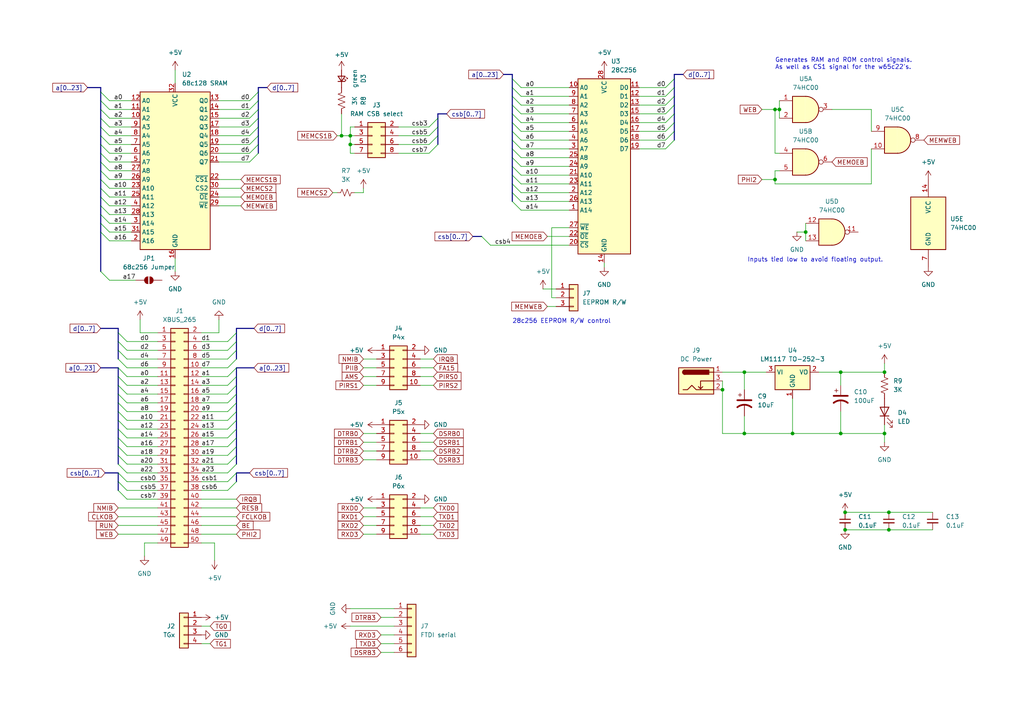
<source format=kicad_sch>
(kicad_sch (version 20250114) (generator "eeschema") (generator_version "9.0")
  (paper "A4")
  (text "28c256 EEPROM R/W control" (at 148.59 93.98 0) (effects (font (size 1.27 1.27)) (justify left bottom)))
  (text "Inputs tied low to avoid floating output." (at 236.474 75.438 0) (effects (font (size 1.27 1.27))))
  (text "Generates RAM and ROM control signals.\nAs well as CS1 signal for the w65c22's." (at 224.79 20.32 0) (effects (font (size 1.27 1.27)) (justify left bottom)))
  (junction (at 245.11 148.59))
  (junction (at 257.81 153.67))
  (junction (at 229.87 125.73))
  (junction (at 233.68 67.31))
  (junction (at 243.84 107.95))
  (junction (at 99.06 39.37))
  (junction (at 215.9 107.95))
  (junction (at 245.11 153.67))
  (junction (at 256.54 107.95))
  (junction (at 101.6 41.91))
  (junction (at 224.79 52.07))
  (junction (at 224.79 31.75))
  (junction (at 226.06 31.75))
  (junction (at 243.84 125.73))
  (junction (at 215.9 125.73))
  (junction (at 209.55 113.03))
  (junction (at 101.6 39.37))
  (junction (at 256.54 125.73))
  (junction (at 257.81 148.59))
  (bus_entry (at 68.58 127) (size -2.54 2.54))
  (bus_entry (at 74.93 26.67) (size -2.54 2.54))
  (bus_entry (at 29.21 54.61) (size 2.54 2.54))
  (bus_entry (at 74.93 39.37) (size -2.54 2.54))
  (bus_entry (at 34.29 139.7) (size 2.54 2.54))
  (bus_entry (at 68.58 134.62) (size -2.54 2.54))
  (bus_entry (at 34.29 142.24) (size 2.54 2.54))
  (bus_entry (at 195.58 40.64) (size -2.54 2.54))
  (bus_entry (at 148.59 35.56) (size 2.54 2.54))
  (bus_entry (at 68.58 116.84) (size -2.54 2.54))
  (bus_entry (at 34.29 132.08) (size 2.54 2.54))
  (bus_entry (at 29.21 34.29) (size 2.54 2.54))
  (bus_entry (at 68.58 96.52) (size -2.54 2.54))
  (bus_entry (at 148.59 25.4) (size 2.54 2.54))
  (bus_entry (at 34.29 101.6) (size 2.54 2.54))
  (bus_entry (at 139.7 68.58) (size 2.54 2.54))
  (bus_entry (at 29.21 36.83) (size 2.54 2.54))
  (bus_entry (at 29.21 49.53) (size 2.54 2.54))
  (bus_entry (at 29.21 62.23) (size 2.54 2.54))
  (bus_entry (at 195.58 22.86) (size -2.54 2.54))
  (bus_entry (at 29.21 52.07) (size 2.54 2.54))
  (bus_entry (at 148.59 22.86) (size 2.54 2.54))
  (bus_entry (at 74.93 44.45) (size -2.54 2.54))
  (bus_entry (at 195.58 27.94) (size -2.54 2.54))
  (bus_entry (at 68.58 124.46) (size -2.54 2.54))
  (bus_entry (at 195.58 25.4) (size -2.54 2.54))
  (bus_entry (at 74.93 31.75) (size -2.54 2.54))
  (bus_entry (at 195.58 35.56) (size -2.54 2.54))
  (bus_entry (at 148.59 43.18) (size 2.54 2.54))
  (bus_entry (at 34.29 134.62) (size 2.54 2.54))
  (bus_entry (at 29.21 64.77) (size 2.54 2.54))
  (bus_entry (at 68.58 129.54) (size -2.54 2.54))
  (bus_entry (at 29.21 39.37) (size 2.54 2.54))
  (bus_entry (at 148.59 48.26) (size 2.54 2.54))
  (bus_entry (at 29.21 78.74) (size 2.54 2.54))
  (bus_entry (at 195.58 33.02) (size -2.54 2.54))
  (bus_entry (at 34.29 129.54) (size 2.54 2.54))
  (bus_entry (at 68.58 106.68) (size -2.54 2.54))
  (bus_entry (at 68.58 101.6) (size -2.54 2.54))
  (bus_entry (at 68.58 121.92) (size -2.54 2.54))
  (bus_entry (at 29.21 67.31) (size 2.54 2.54))
  (bus_entry (at 29.21 46.99) (size 2.54 2.54))
  (bus_entry (at 127 41.91) (size -2.54 2.54))
  (bus_entry (at 34.29 99.06) (size 2.54 2.54))
  (bus_entry (at 34.29 109.22) (size 2.54 2.54))
  (bus_entry (at 68.58 114.3) (size -2.54 2.54))
  (bus_entry (at 34.29 124.46) (size 2.54 2.54))
  (bus_entry (at 34.29 111.76) (size 2.54 2.54))
  (bus_entry (at 148.59 58.42) (size 2.54 2.54))
  (bus_entry (at 68.58 99.06) (size -2.54 2.54))
  (bus_entry (at 34.29 116.84) (size 2.54 2.54))
  (bus_entry (at 148.59 40.64) (size 2.54 2.54))
  (bus_entry (at 127 36.83) (size -2.54 2.54))
  (bus_entry (at 34.29 127) (size 2.54 2.54))
  (bus_entry (at 148.59 33.02) (size 2.54 2.54))
  (bus_entry (at 74.93 41.91) (size -2.54 2.54))
  (bus_entry (at 29.21 57.15) (size 2.54 2.54))
  (bus_entry (at 148.59 30.48) (size 2.54 2.54))
  (bus_entry (at 127 39.37) (size -2.54 2.54))
  (bus_entry (at 34.29 121.92) (size 2.54 2.54))
  (bus_entry (at 68.58 119.38) (size -2.54 2.54))
  (bus_entry (at 29.21 44.45) (size 2.54 2.54))
  (bus_entry (at 34.29 104.14) (size 2.54 2.54))
  (bus_entry (at 68.58 111.76) (size -2.54 2.54))
  (bus_entry (at 68.58 139.7) (size -2.54 2.54))
  (bus_entry (at 34.29 119.38) (size 2.54 2.54))
  (bus_entry (at 29.21 31.75) (size 2.54 2.54))
  (bus_entry (at 148.59 45.72) (size 2.54 2.54))
  (bus_entry (at 29.21 59.69) (size 2.54 2.54))
  (bus_entry (at 74.93 29.21) (size -2.54 2.54))
  (bus_entry (at 68.58 109.22) (size -2.54 2.54))
  (bus_entry (at 74.93 34.29) (size -2.54 2.54))
  (bus_entry (at 68.58 104.14) (size -2.54 2.54))
  (bus_entry (at 68.58 132.08) (size -2.54 2.54))
  (bus_entry (at 195.58 38.1) (size -2.54 2.54))
  (bus_entry (at 29.21 26.67) (size 2.54 2.54))
  (bus_entry (at 34.29 114.3) (size 2.54 2.54))
  (bus_entry (at 148.59 38.1) (size 2.54 2.54))
  (bus_entry (at 34.29 137.16) (size 2.54 2.54))
  (bus_entry (at 68.58 137.16) (size -2.54 2.54))
  (bus_entry (at 34.29 106.68) (size 2.54 2.54))
  (bus_entry (at 148.59 53.34) (size 2.54 2.54))
  (bus_entry (at 29.21 41.91) (size 2.54 2.54))
  (bus_entry (at 195.58 30.48) (size -2.54 2.54))
  (bus_entry (at 148.59 27.94) (size 2.54 2.54))
  (bus_entry (at 34.29 96.52) (size 2.54 2.54))
  (bus_entry (at 127 34.29) (size -2.54 2.54))
  (bus_entry (at 148.59 55.88) (size 2.54 2.54))
  (bus_entry (at 74.93 36.83) (size -2.54 2.54))
  (bus_entry (at 148.59 50.8) (size 2.54 2.54))
  (bus_entry (at 29.21 29.21) (size 2.54 2.54))
  (wire (pts (xy 63.5 29.21) (xy 72.39 29.21)))
  (wire (pts (xy 151.13 48.26) (xy 165.1 48.26)))
  (wire (pts (xy 151.13 35.56) (xy 165.1 35.56)))
  (wire (pts (xy 243.84 125.73) (xy 256.54 125.73)))
  (wire (pts (xy 36.83 99.06) (xy 45.72 99.06)))
  (bus (pts (xy 195.58 30.48) (xy 195.58 33.02)))
  (wire (pts (xy 101.6 41.91) (xy 101.6 44.45)))
  (bus (pts (xy 68.58 124.46) (xy 68.58 127)))
  (wire (pts (xy 121.92 152.4) (xy 125.73 152.4)))
  (wire (pts (xy 245.11 148.59) (xy 257.81 148.59)))
  (wire (pts (xy 224.79 52.07) (xy 224.79 53.34)))
  (wire (pts (xy 102.87 36.83) (xy 101.6 36.83)))
  (wire (pts (xy 58.42 147.32) (xy 68.58 147.32)))
  (wire (pts (xy 252.73 31.75) (xy 252.73 38.1)))
  (wire (pts (xy 36.83 116.84) (xy 45.72 116.84)))
  (bus (pts (xy 148.59 48.26) (xy 148.59 45.72)))
  (bus (pts (xy 68.58 109.22) (xy 68.58 111.76)))
  (wire (pts (xy 209.55 110.49) (xy 209.55 113.03)))
  (wire (pts (xy 121.92 149.86) (xy 125.73 149.86)))
  (wire (pts (xy 31.75 39.37) (xy 38.1 39.37)))
  (wire (pts (xy 105.41 104.14) (xy 109.22 104.14)))
  (wire (pts (xy 58.42 144.78) (xy 68.58 144.78)))
  (bus (pts (xy 74.93 29.21) (xy 74.93 31.75)))
  (wire (pts (xy 151.13 27.94) (xy 165.1 27.94)))
  (wire (pts (xy 99.06 39.37) (xy 101.6 39.37)))
  (bus (pts (xy 29.21 57.15) (xy 29.21 54.61)))
  (bus (pts (xy 34.29 132.08) (xy 34.29 134.62)))
  (wire (pts (xy 101.6 41.91) (xy 102.87 41.91)))
  (bus (pts (xy 68.58 116.84) (xy 68.58 119.38)))
  (wire (pts (xy 31.75 49.53) (xy 38.1 49.53)))
  (bus (pts (xy 68.58 121.92) (xy 68.58 124.46)))
  (wire (pts (xy 185.42 38.1) (xy 193.04 38.1)))
  (wire (pts (xy 31.75 54.61) (xy 38.1 54.61)))
  (bus (pts (xy 68.58 119.38) (xy 68.58 121.92)))
  (wire (pts (xy 40.64 96.52) (xy 45.72 96.52)))
  (bus (pts (xy 148.59 55.88) (xy 148.59 53.34)))
  (bus (pts (xy 34.29 129.54) (xy 34.29 132.08)))
  (bus (pts (xy 34.29 137.16) (xy 34.29 139.7)))
  (wire (pts (xy 121.92 130.81) (xy 125.73 130.81)))
  (bus (pts (xy 34.29 106.68) (xy 34.29 109.22)))
  (wire (pts (xy 31.75 67.31) (xy 38.1 67.31)))
  (wire (pts (xy 58.42 114.3) (xy 66.04 114.3)))
  (wire (pts (xy 233.68 64.77) (xy 233.68 67.31)))
  (wire (pts (xy 31.75 44.45) (xy 38.1 44.45)))
  (wire (pts (xy 243.84 119.38) (xy 243.84 125.73)))
  (wire (pts (xy 142.24 71.12) (xy 165.1 71.12)))
  (wire (pts (xy 151.13 38.1) (xy 165.1 38.1)))
  (wire (pts (xy 36.83 144.78) (xy 45.72 144.78)))
  (wire (pts (xy 121.92 154.94) (xy 125.73 154.94)))
  (wire (pts (xy 110.49 186.69) (xy 114.3 186.69)))
  (bus (pts (xy 195.58 22.86) (xy 195.58 25.4)))
  (wire (pts (xy 36.83 142.24) (xy 45.72 142.24)))
  (bus (pts (xy 29.21 64.77) (xy 29.21 62.23)))
  (wire (pts (xy 245.11 153.67) (xy 257.81 153.67)))
  (bus (pts (xy 30.48 137.16) (xy 34.29 137.16)))
  (wire (pts (xy 96.52 55.88) (xy 97.79 55.88)))
  (wire (pts (xy 121.92 104.14) (xy 125.73 104.14)))
  (wire (pts (xy 97.79 39.37) (xy 99.06 39.37)))
  (wire (pts (xy 185.42 27.94) (xy 193.04 27.94)))
  (wire (pts (xy 185.42 43.18) (xy 193.04 43.18)))
  (wire (pts (xy 151.13 30.48) (xy 165.1 30.48)))
  (wire (pts (xy 226.06 31.75) (xy 226.06 34.29)))
  (wire (pts (xy 101.6 39.37) (xy 101.6 41.91)))
  (bus (pts (xy 74.93 41.91) (xy 74.93 44.45)))
  (bus (pts (xy 148.59 27.94) (xy 148.59 25.4)))
  (wire (pts (xy 121.92 125.73) (xy 125.73 125.73)))
  (wire (pts (xy 34.29 147.32) (xy 45.72 147.32)))
  (wire (pts (xy 121.92 147.32) (xy 125.73 147.32)))
  (wire (pts (xy 115.57 36.83) (xy 124.46 36.83)))
  (bus (pts (xy 148.59 40.64) (xy 148.59 38.1)))
  (wire (pts (xy 224.79 49.53) (xy 226.06 49.53)))
  (bus (pts (xy 29.21 67.31) (xy 29.21 64.77)))
  (wire (pts (xy 36.83 134.62) (xy 45.72 134.62)))
  (bus (pts (xy 74.93 25.4) (xy 74.93 26.67)))
  (wire (pts (xy 226.06 44.45) (xy 224.79 44.45)))
  (wire (pts (xy 105.41 54.61) (xy 105.41 55.88)))
  (bus (pts (xy 148.59 43.18) (xy 148.59 40.64)))
  (wire (pts (xy 101.6 36.83) (xy 101.6 39.37)))
  (wire (pts (xy 36.83 127) (xy 45.72 127)))
  (wire (pts (xy 63.5 44.45) (xy 72.39 44.45)))
  (wire (pts (xy 102.87 55.88) (xy 105.41 55.88)))
  (wire (pts (xy 58.42 186.69) (xy 60.96 186.69)))
  (bus (pts (xy 34.29 121.92) (xy 34.29 124.46)))
  (wire (pts (xy 114.3 184.15) (xy 110.49 184.15)))
  (wire (pts (xy 105.41 152.4) (xy 109.22 152.4)))
  (wire (pts (xy 36.83 106.68) (xy 45.72 106.68)))
  (bus (pts (xy 127 34.29) (xy 127 36.83)))
  (wire (pts (xy 41.91 157.48) (xy 45.72 157.48)))
  (bus (pts (xy 68.58 106.68) (xy 68.58 109.22)))
  (wire (pts (xy 63.5 52.07) (xy 69.85 52.07)))
  (wire (pts (xy 99.06 33.02) (xy 99.06 39.37)))
  (bus (pts (xy 148.59 50.8) (xy 148.59 48.26)))
  (wire (pts (xy 58.42 96.52) (xy 63.5 96.52)))
  (wire (pts (xy 34.29 149.86) (xy 45.72 149.86)))
  (wire (pts (xy 36.83 111.76) (xy 45.72 111.76)))
  (wire (pts (xy 58.42 134.62) (xy 66.04 134.62)))
  (bus (pts (xy 195.58 21.59) (xy 198.12 21.59)))
  (bus (pts (xy 68.58 96.52) (xy 68.58 95.25)))
  (bus (pts (xy 68.58 101.6) (xy 68.58 99.06)))
  (wire (pts (xy 63.5 39.37) (xy 72.39 39.37)))
  (wire (pts (xy 105.41 154.94) (xy 109.22 154.94)))
  (wire (pts (xy 209.55 113.03) (xy 209.55 125.73)))
  (wire (pts (xy 215.9 120.65) (xy 215.9 125.73)))
  (bus (pts (xy 34.29 96.52) (xy 34.29 99.06)))
  (wire (pts (xy 58.42 101.6) (xy 66.04 101.6)))
  (wire (pts (xy 31.75 62.23) (xy 38.1 62.23)))
  (wire (pts (xy 165.1 66.04) (xy 160.02 66.04)))
  (bus (pts (xy 148.59 38.1) (xy 148.59 35.56)))
  (wire (pts (xy 105.41 106.68) (xy 109.22 106.68)))
  (bus (pts (xy 68.58 111.76) (xy 68.58 114.3)))
  (wire (pts (xy 63.5 59.69) (xy 69.85 59.69)))
  (wire (pts (xy 63.5 46.99) (xy 72.39 46.99)))
  (bus (pts (xy 127 36.83) (xy 127 39.37)))
  (wire (pts (xy 151.13 53.34) (xy 165.1 53.34)))
  (bus (pts (xy 73.66 106.68) (xy 68.58 106.68)))
  (bus (pts (xy 195.58 27.94) (xy 195.58 30.48)))
  (wire (pts (xy 215.9 107.95) (xy 222.25 107.95)))
  (bus (pts (xy 29.21 46.99) (xy 29.21 44.45)))
  (wire (pts (xy 224.79 53.34) (xy 252.73 53.34)))
  (bus (pts (xy 127 39.37) (xy 127 41.91)))
  (wire (pts (xy 220.98 52.07) (xy 224.79 52.07)))
  (wire (pts (xy 151.13 40.64) (xy 165.1 40.64)))
  (wire (pts (xy 185.42 33.02) (xy 193.04 33.02)))
  (wire (pts (xy 31.75 36.83) (xy 38.1 36.83)))
  (wire (pts (xy 58.42 121.92) (xy 66.04 121.92)))
  (wire (pts (xy 105.41 133.35) (xy 109.22 133.35)))
  (bus (pts (xy 148.59 25.4) (xy 148.59 22.86)))
  (bus (pts (xy 29.21 106.68) (xy 34.29 106.68)))
  (wire (pts (xy 115.57 44.45) (xy 124.46 44.45)))
  (bus (pts (xy 148.59 35.56) (xy 148.59 33.02)))
  (wire (pts (xy 63.5 34.29) (xy 72.39 34.29)))
  (wire (pts (xy 231.14 67.31) (xy 233.68 67.31)))
  (wire (pts (xy 40.64 92.71) (xy 40.64 96.52)))
  (wire (pts (xy 58.42 149.86) (xy 68.58 149.86)))
  (wire (pts (xy 151.13 60.96) (xy 165.1 60.96)))
  (wire (pts (xy 31.75 59.69) (xy 38.1 59.69)))
  (wire (pts (xy 36.83 109.22) (xy 45.72 109.22)))
  (bus (pts (xy 29.21 44.45) (xy 29.21 41.91)))
  (wire (pts (xy 105.41 125.73) (xy 109.22 125.73)))
  (wire (pts (xy 63.5 92.71) (xy 63.5 96.52)))
  (bus (pts (xy 68.58 137.16) (xy 68.58 139.7)))
  (wire (pts (xy 105.41 128.27) (xy 109.22 128.27)))
  (bus (pts (xy 127 33.02) (xy 127 34.29)))
  (wire (pts (xy 36.83 132.08) (xy 45.72 132.08)))
  (bus (pts (xy 195.58 33.02) (xy 195.58 35.56)))
  (bus (pts (xy 34.29 95.25) (xy 29.21 95.25)))
  (bus (pts (xy 25.4 25.4) (xy 29.21 25.4)))
  (wire (pts (xy 58.42 157.48) (xy 62.23 157.48)))
  (wire (pts (xy 160.02 86.36) (xy 161.29 86.36)))
  (wire (pts (xy 151.13 43.18) (xy 165.1 43.18)))
  (wire (pts (xy 36.83 104.14) (xy 45.72 104.14)))
  (bus (pts (xy 29.21 67.31) (xy 29.21 78.74)))
  (bus (pts (xy 74.93 34.29) (xy 74.93 36.83)))
  (wire (pts (xy 58.42 104.14) (xy 66.04 104.14)))
  (wire (pts (xy 31.75 31.75) (xy 38.1 31.75)))
  (bus (pts (xy 29.21 36.83) (xy 29.21 34.29)))
  (wire (pts (xy 158.75 68.58) (xy 165.1 68.58)))
  (wire (pts (xy 105.41 130.81) (xy 109.22 130.81)))
  (wire (pts (xy 151.13 33.02) (xy 165.1 33.02)))
  (wire (pts (xy 63.5 54.61) (xy 69.85 54.61)))
  (wire (pts (xy 158.75 88.9) (xy 161.29 88.9)))
  (wire (pts (xy 58.42 132.08) (xy 66.04 132.08)))
  (bus (pts (xy 195.58 38.1) (xy 195.58 40.64)))
  (wire (pts (xy 121.92 106.68) (xy 125.73 106.68)))
  (wire (pts (xy 58.42 106.68) (xy 66.04 106.68)))
  (wire (pts (xy 233.68 67.31) (xy 233.68 69.85)))
  (bus (pts (xy 74.93 31.75) (xy 74.93 34.29)))
  (wire (pts (xy 36.83 129.54) (xy 45.72 129.54)))
  (wire (pts (xy 58.42 142.24) (xy 66.04 142.24)))
  (wire (pts (xy 151.13 55.88) (xy 165.1 55.88)))
  (bus (pts (xy 29.21 34.29) (xy 29.21 31.75)))
  (wire (pts (xy 157.48 83.82) (xy 161.29 83.82)))
  (wire (pts (xy 63.5 31.75) (xy 72.39 31.75)))
  (wire (pts (xy 185.42 40.64) (xy 193.04 40.64)))
  (wire (pts (xy 31.75 34.29) (xy 38.1 34.29)))
  (bus (pts (xy 148.59 30.48) (xy 148.59 27.94)))
  (wire (pts (xy 31.75 41.91) (xy 38.1 41.91)))
  (bus (pts (xy 68.58 114.3) (xy 68.58 116.84)))
  (wire (pts (xy 243.84 107.95) (xy 256.54 107.95)))
  (wire (pts (xy 115.57 39.37) (xy 124.46 39.37)))
  (wire (pts (xy 151.13 25.4) (xy 165.1 25.4)))
  (wire (pts (xy 58.42 154.94) (xy 68.58 154.94)))
  (wire (pts (xy 34.29 152.4) (xy 45.72 152.4)))
  (bus (pts (xy 29.21 49.53) (xy 29.21 46.99)))
  (wire (pts (xy 209.55 125.73) (xy 215.9 125.73)))
  (wire (pts (xy 209.55 107.95) (xy 215.9 107.95)))
  (wire (pts (xy 41.91 157.48) (xy 41.91 161.29)))
  (bus (pts (xy 148.59 22.86) (xy 148.59 21.59)))
  (wire (pts (xy 256.54 125.73) (xy 256.54 123.19)))
  (wire (pts (xy 105.41 109.22) (xy 109.22 109.22)))
  (bus (pts (xy 68.58 127) (xy 68.58 129.54)))
  (wire (pts (xy 257.81 153.67) (xy 270.51 153.67)))
  (wire (pts (xy 110.49 189.23) (xy 114.3 189.23)))
  (wire (pts (xy 185.42 30.48) (xy 193.04 30.48)))
  (wire (pts (xy 31.75 46.99) (xy 38.1 46.99)))
  (bus (pts (xy 68.58 132.08) (xy 68.58 134.62)))
  (bus (pts (xy 34.29 114.3) (xy 34.29 116.84)))
  (wire (pts (xy 160.02 66.04) (xy 160.02 86.36)))
  (wire (pts (xy 31.75 52.07) (xy 38.1 52.07)))
  (wire (pts (xy 50.8 74.93) (xy 50.8 78.74)))
  (wire (pts (xy 229.87 125.73) (xy 229.87 115.57)))
  (bus (pts (xy 68.58 95.25) (xy 73.66 95.25)))
  (wire (pts (xy 151.13 58.42) (xy 165.1 58.42)))
  (bus (pts (xy 74.93 36.83) (xy 74.93 39.37)))
  (wire (pts (xy 58.42 181.61) (xy 60.96 181.61)))
  (wire (pts (xy 110.49 179.07) (xy 114.3 179.07)))
  (wire (pts (xy 101.6 181.61) (xy 114.3 181.61)))
  (wire (pts (xy 215.9 107.95) (xy 215.9 113.03)))
  (wire (pts (xy 36.83 119.38) (xy 45.72 119.38)))
  (wire (pts (xy 115.57 41.91) (xy 124.46 41.91)))
  (wire (pts (xy 220.98 31.75) (xy 224.79 31.75)))
  (wire (pts (xy 121.92 109.22) (xy 125.73 109.22)))
  (wire (pts (xy 185.42 35.56) (xy 193.04 35.56)))
  (wire (pts (xy 101.6 39.37) (xy 102.87 39.37)))
  (wire (pts (xy 241.3 31.75) (xy 252.73 31.75)))
  (wire (pts (xy 101.6 44.45) (xy 102.87 44.45)))
  (wire (pts (xy 66.04 99.06) (xy 58.42 99.06)))
  (wire (pts (xy 151.13 45.72) (xy 165.1 45.72)))
  (bus (pts (xy 34.29 109.22) (xy 34.29 111.76)))
  (bus (pts (xy 29.21 41.91) (xy 29.21 39.37)))
  (wire (pts (xy 105.41 147.32) (xy 109.22 147.32)))
  (wire (pts (xy 215.9 125.73) (xy 229.87 125.73)))
  (bus (pts (xy 127 33.02) (xy 129.54 33.02)))
  (bus (pts (xy 74.93 26.67) (xy 74.93 29.21)))
  (wire (pts (xy 151.13 50.8) (xy 165.1 50.8)))
  (wire (pts (xy 237.49 107.95) (xy 243.84 107.95)))
  (bus (pts (xy 195.58 35.56) (xy 195.58 38.1)))
  (bus (pts (xy 68.58 99.06) (xy 68.58 96.52)))
  (wire (pts (xy 121.92 128.27) (xy 125.73 128.27)))
  (wire (pts (xy 121.92 133.35) (xy 125.73 133.35)))
  (bus (pts (xy 68.58 104.14) (xy 68.58 101.6)))
  (wire (pts (xy 58.42 109.22) (xy 66.04 109.22)))
  (wire (pts (xy 31.75 57.15) (xy 38.1 57.15)))
  (wire (pts (xy 58.42 137.16) (xy 66.04 137.16)))
  (wire (pts (xy 31.75 69.85) (xy 38.1 69.85)))
  (bus (pts (xy 34.29 116.84) (xy 34.29 119.38)))
  (bus (pts (xy 34.29 124.46) (xy 34.29 127)))
  (wire (pts (xy 224.79 49.53) (xy 224.79 52.07)))
  (bus (pts (xy 29.21 26.67) (xy 29.21 25.4)))
  (wire (pts (xy 175.26 76.2) (xy 175.26 77.47)))
  (bus (pts (xy 29.21 52.07) (xy 29.21 49.53)))
  (wire (pts (xy 226.06 29.21) (xy 226.06 31.75)))
  (bus (pts (xy 29.21 59.69) (xy 29.21 57.15)))
  (bus (pts (xy 148.59 45.72) (xy 148.59 43.18)))
  (wire (pts (xy 58.42 139.7) (xy 66.04 139.7)))
  (bus (pts (xy 29.21 31.75) (xy 29.21 29.21)))
  (bus (pts (xy 34.29 95.25) (xy 34.29 96.52)))
  (wire (pts (xy 58.42 152.4) (xy 68.58 152.4)))
  (wire (pts (xy 185.42 25.4) (xy 193.04 25.4)))
  (wire (pts (xy 63.5 41.91) (xy 72.39 41.91)))
  (wire (pts (xy 36.83 139.7) (xy 45.72 139.7)))
  (wire (pts (xy 58.42 116.84) (xy 66.04 116.84)))
  (wire (pts (xy 36.83 121.92) (xy 45.72 121.92)))
  (wire (pts (xy 63.5 36.83) (xy 72.39 36.83)))
  (bus (pts (xy 72.39 137.16) (xy 68.58 137.16)))
  (wire (pts (xy 252.73 53.34) (xy 252.73 43.18)))
  (wire (pts (xy 62.23 157.48) (xy 62.23 162.56)))
  (wire (pts (xy 105.41 149.86) (xy 109.22 149.86)))
  (bus (pts (xy 146.05 21.59) (xy 148.59 21.59)))
  (wire (pts (xy 36.83 124.46) (xy 45.72 124.46)))
  (wire (pts (xy 31.75 64.77) (xy 38.1 64.77)))
  (wire (pts (xy 229.87 125.73) (xy 243.84 125.73)))
  (bus (pts (xy 148.59 58.42) (xy 148.59 55.88)))
  (bus (pts (xy 34.29 99.06) (xy 34.29 101.6)))
  (wire (pts (xy 31.75 81.28) (xy 39.37 81.28)))
  (bus (pts (xy 139.7 68.58) (xy 137.16 68.58)))
  (wire (pts (xy 58.42 124.46) (xy 66.04 124.46)))
  (bus (pts (xy 195.58 25.4) (xy 195.58 27.94)))
  (bus (pts (xy 68.58 129.54) (xy 68.58 132.08)))
  (wire (pts (xy 105.41 111.76) (xy 109.22 111.76)))
  (wire (pts (xy 31.75 29.21) (xy 38.1 29.21)))
  (wire (pts (xy 36.83 114.3) (xy 45.72 114.3)))
  (wire (pts (xy 224.79 31.75) (xy 226.06 31.75)))
  (wire (pts (xy 257.81 148.59) (xy 270.51 148.59)))
  (wire (pts (xy 256.54 128.27) (xy 256.54 125.73)))
  (wire (pts (xy 58.42 127) (xy 66.04 127)))
  (wire (pts (xy 224.79 44.45) (xy 224.79 31.75)))
  (wire (pts (xy 58.42 119.38) (xy 66.04 119.38)))
  (wire (pts (xy 121.92 111.76) (xy 125.73 111.76)))
  (wire (pts (xy 256.54 105.41) (xy 256.54 107.95)))
  (wire (pts (xy 34.29 154.94) (xy 45.72 154.94)))
  (bus (pts (xy 74.93 39.37) (xy 74.93 41.91)))
  (bus (pts (xy 74.93 25.4) (xy 77.47 25.4)))
  (bus (pts (xy 34.29 101.6) (xy 34.29 104.14)))
  (wire (pts (xy 63.5 57.15) (xy 69.85 57.15)))
  (wire (pts (xy 114.3 176.53) (xy 101.6 176.53)))
  (wire (pts (xy 58.42 111.76) (xy 66.04 111.76)))
  (bus (pts (xy 148.59 33.02) (xy 148.59 30.48)))
  (bus (pts (xy 195.58 21.59) (xy 195.58 22.86)))
  (bus (pts (xy 34.29 119.38) (xy 34.29 121.92)))
  (bus (pts (xy 29.21 54.61) (xy 29.21 52.07)))
  (bus (pts (xy 148.59 53.34) (xy 148.59 50.8)))
  (bus (pts (xy 29.21 62.23) (xy 29.21 59.69)))
  (bus (pts (xy 34.29 139.7) (xy 34.29 142.24)))
  (bus (pts (xy 34.29 127) (xy 34.29 129.54)))
  (bus (pts (xy 34.29 111.76) (xy 34.29 114.3)))
  (bus (pts (xy 29.21 39.37) (xy 29.21 36.83)))
  (bus (pts (xy 29.21 29.21) (xy 29.21 26.67)))
  (wire (pts (xy 50.8 20.32) (xy 50.8 24.13)))
  (wire (pts (xy 36.83 137.16) (xy 45.72 137.16)))
  (wire (pts (xy 243.84 111.76) (xy 243.84 107.95)))
  (wire (pts (xy 36.83 101.6) (xy 45.72 101.6)))
  (wire (pts (xy 58.42 129.54) (xy 66.04 129.54)))
  (label "a12" (at 33.02 59.69 0))
  (label "csb1" (at 58.42 139.7 0))
  (label "a2" (at 152.4 30.48 0))
  (label "d3" (at 190.5 33.02 0))
  (label "a4" (at 152.4 35.56 0))
  (label "d0" (at 190.5 25.4 0))
  (label "a3" (at 33.02 36.83 0))
  (label "a20" (at 40.64 134.62 0))
  (label "csb7" (at 40.64 144.78 0))
  (label "d7" (at 58.42 106.68 0))
  (label "a15" (at 33.02 67.31 0))
  (label "d2" (at 190.5 30.48 0))
  (label "d6" (at 40.64 106.68 0))
  (label "a2" (at 40.64 111.76 0))
  (label "d0" (at 69.85 29.21 0))
  (label "a13" (at 152.4 58.42 0))
  (label "d4" (at 190.5 35.56 0))
  (label "a5" (at 58.42 114.3 0))
  (label "a1" (at 152.4 27.94 0))
  (label "a3" (at 152.4 33.02 0))
  (label "csb6" (at 58.42 142.24 0))
  (label "a18" (at 40.64 132.08 0))
  (label "d4" (at 40.64 104.14 0))
  (label "a2" (at 33.02 34.29 0))
  (label "a6" (at 152.4 40.64 0))
  (label "a12" (at 40.64 124.46 0))
  (label "a4" (at 33.02 39.37 0))
  (label "a6" (at 40.64 116.84 0))
  (label "d6" (at 69.85 44.45 0))
  (label "csb5" (at 40.64 142.24 0))
  (label "a11" (at 58.42 121.92 0))
  (label "a7" (at 152.4 43.18 0))
  (label "d7" (at 69.85 46.99 0))
  (label "a22" (at 40.64 137.16 0))
  (label "d3" (at 69.85 36.83 0))
  (label "a13" (at 58.42 124.46 0))
  (label "a15" (at 58.42 127 0))
  (label "csb0" (at 40.64 139.7 0))
  (label "csb5" (at 119.38 39.37 0))
  (label "a17" (at 35.56 81.28 0))
  (label "d0" (at 40.64 99.06 0))
  (label "a11" (at 152.4 53.34 0))
  (label "csb4" (at 143.51 71.12 0))
  (label "a19" (at 58.42 132.08 0))
  (label "d2" (at 40.64 101.6 0))
  (label "csb6" (at 119.38 41.91 0))
  (label "d1" (at 69.85 31.75 0))
  (label "a14" (at 33.02 64.77 0))
  (label "a10" (at 40.64 121.92 0))
  (label "a12" (at 152.4 55.88 0))
  (label "a9" (at 152.4 48.26 0))
  (label "a4" (at 40.64 114.3 0))
  (label "d1" (at 190.5 27.94 0))
  (label "a1" (at 33.02 31.75 0))
  (label "a10" (at 33.02 54.61 0))
  (label "a17" (at 58.42 129.54 0))
  (label "a7" (at 58.42 116.84 0))
  (label "a5" (at 33.02 41.91 0))
  (label "a9" (at 33.02 52.07 0))
  (label "d5" (at 190.5 38.1 0))
  (label "csb3" (at 119.38 36.83 0))
  (label "d5" (at 69.85 41.91 0))
  (label "a11" (at 33.02 57.15 0))
  (label "csb7" (at 119.38 44.45 0))
  (label "a0" (at 33.02 29.21 0))
  (label "a23" (at 58.42 137.16 0))
  (label "a14" (at 152.4 60.96 0))
  (label "a14" (at 40.64 127 0))
  (label "a5" (at 152.4 38.1 0))
  (label "d2" (at 69.85 34.29 0))
  (label "d5" (at 58.42 104.14 0))
  (label "a8" (at 33.02 49.53 0))
  (label "a16" (at 33.02 69.85 0))
  (label "d6" (at 190.5 40.64 0))
  (label "d4" (at 69.85 39.37 0))
  (label "a13" (at 33.02 62.23 0))
  (label "a6" (at 33.02 44.45 0))
  (label "a8" (at 40.64 119.38 0))
  (label "a0" (at 152.4 25.4 0))
  (label "a9" (at 58.42 119.38 0))
  (label "a8" (at 152.4 45.72 0))
  (label "a3" (at 58.42 111.76 0))
  (label "a10" (at 152.4 50.8 0))
  (label "d1" (at 58.42 99.06 0))
  (label "a1" (at 58.42 109.22 0))
  (label "a21" (at 58.42 134.62 0))
  (label "a16" (at 40.64 129.54 0))
  (label "a7" (at 33.02 46.99 0))
  (label "a0" (at 40.64 109.22 0))
  (label "d7" (at 190.5 43.18 0))
  (label "d3" (at 58.42 101.6 0))
  (global_label "DTRB2" (shape input) (at 105.41 130.81 180) (property "Intersheetrefs" "${INTERSHEET_REFS}" (effects (hide yes))))
  (global_label "a[0..23]" (shape input) (at 73.66 106.68 0) (property "Intersheetrefs" "${INTERSHEET_REFS}" (effects (hide yes))))
  (global_label "PIRS1" (shape input) (at 105.41 111.76 180) (property "Intersheetrefs" "${INTERSHEET_REFS}" (effects (hide yes))))
  (global_label "PIRS2" (shape input) (at 125.73 111.76 0) (property "Intersheetrefs" "${INTERSHEET_REFS}" (effects (hide yes))))
  (global_label "WEB" (shape input) (at 34.29 154.94 180) (property "Intersheetrefs" "${INTERSHEET_REFS}" (effects (hide yes))))
  (global_label "csb[0..7]" (shape input) (at 137.16 68.58 180) (property "Intersheetrefs" "${INTERSHEET_REFS}" (effects (hide yes))))
  (global_label "a[0..23]" (shape input) (at 146.05 21.59 180) (property "Intersheetrefs" "${INTERSHEET_REFS}" (effects (hide yes))))
  (global_label "FA15" (shape input) (at 125.73 106.68 0) (property "Intersheetrefs" "${INTERSHEET_REFS}" (effects (hide yes))))
  (global_label "DTRB3" (shape input) (at 105.41 133.35 180) (property "Intersheetrefs" "${INTERSHEET_REFS}" (effects (hide yes))))
  (global_label "TXD1" (shape input) (at 125.73 149.86 0) (property "Intersheetrefs" "${INTERSHEET_REFS}" (effects (hide yes))))
  (global_label "DTRB1" (shape input) (at 105.41 128.27 180) (property "Intersheetrefs" "${INTERSHEET_REFS}" (effects (hide yes))))
  (global_label "DSRB0" (shape input) (at 125.73 125.73 0) (property "Intersheetrefs" "${INTERSHEET_REFS}" (effects (hide yes))))
  (global_label "FCLKOB" (shape input) (at 68.58 149.86 0) (property "Intersheetrefs" "${INTERSHEET_REFS}" (effects (hide yes))))
  (global_label "DSRB2" (shape input) (at 125.73 130.81 0) (property "Intersheetrefs" "${INTERSHEET_REFS}" (effects (hide yes))))
  (global_label "RXD2" (shape input) (at 105.41 152.4 180) (property "Intersheetrefs" "${INTERSHEET_REFS}" (effects (hide yes))))
  (global_label "MEMWEB" (shape input) (at 69.85 59.69 0) (property "Intersheetrefs" "${INTERSHEET_REFS}" (effects (hide yes))))
  (global_label "a[0..23]" (shape input) (at 29.21 106.68 180) (property "Intersheetrefs" "${INTERSHEET_REFS}" (effects (hide yes))))
  (global_label "MEMCS1B" (shape input) (at 97.79 39.37 180) (property "Intersheetrefs" "${INTERSHEET_REFS}" (effects (hide yes))))
  (global_label "csb[0..7]" (shape input) (at 30.48 137.16 180) (property "Intersheetrefs" "${INTERSHEET_REFS}" (effects (hide yes))))
  (global_label "TXD3" (shape input) (at 110.49 186.69 180) (property "Intersheetrefs" "${INTERSHEET_REFS}" (effects (hide yes))))
  (global_label "CLKOB" (shape input) (at 34.29 149.86 180) (property "Intersheetrefs" "${INTERSHEET_REFS}" (effects (hide yes))))
  (global_label "PHI2" (shape input) (at 68.58 154.94 0) (property "Intersheetrefs" "${INTERSHEET_REFS}" (effects (hide yes))))
  (global_label "TXD3" (shape input) (at 125.73 154.94 0) (property "Intersheetrefs" "${INTERSHEET_REFS}" (effects (hide yes))))
  (global_label "TXD0" (shape input) (at 125.73 147.32 0) (property "Intersheetrefs" "${INTERSHEET_REFS}" (effects (hide yes))))
  (global_label "MEMOEB" (shape input) (at 241.3 46.99 0) (property "Intersheetrefs" "${INTERSHEET_REFS}" (effects (hide yes))))
  (global_label "RXD1" (shape input) (at 105.41 149.86 180) (property "Intersheetrefs" "${INTERSHEET_REFS}" (effects (hide yes))))
  (global_label "RUN" (shape input) (at 34.29 152.4 180) (property "Intersheetrefs" "${INTERSHEET_REFS}" (effects (hide yes))))
  (global_label "DTRB3" (shape input) (at 110.49 179.07 180) (property "Intersheetrefs" "${INTERSHEET_REFS}" (effects (hide yes))))
  (global_label "PIIB" (shape input) (at 105.41 106.68 180) (property "Intersheetrefs" "${INTERSHEET_REFS}" (effects (hide yes))))
  (global_label "DTRB0" (shape input) (at 105.41 125.73 180) (property "Intersheetrefs" "${INTERSHEET_REFS}" (effects (hide yes))))
  (global_label "TG0" (shape input) (at 60.96 181.61 0) (property "Intersheetrefs" "${INTERSHEET_REFS}" (effects (hide yes))))
  (global_label "RXD3" (shape input) (at 110.49 184.15 180) (property "Intersheetrefs" "${INTERSHEET_REFS}" (effects (hide yes))))
  (global_label "MEMCS1B" (shape input) (at 69.85 52.07 0) (property "Intersheetrefs" "${INTERSHEET_REFS}" (effects (hide yes))))
  (global_label "csb[0..7]" (shape input) (at 72.39 137.16 0) (property "Intersheetrefs" "${INTERSHEET_REFS}" (effects (hide yes))))
  (global_label "DSRB1" (shape input) (at 125.73 128.27 0) (property "Intersheetrefs" "${INTERSHEET_REFS}" (effects (hide yes))))
  (global_label "WEB" (shape input) (at 220.98 31.75 180) (property "Intersheetrefs" "${INTERSHEET_REFS}" (effects (hide yes))))
  (global_label "TG1" (shape input) (at 60.96 186.69 0) (property "Intersheetrefs" "${INTERSHEET_REFS}" (effects (hide yes))))
  (global_label "d[0..7]" (shape input) (at 29.21 95.25 180) (property "Intersheetrefs" "${INTERSHEET_REFS}" (effects (hide yes))))
  (global_label "AMS" (shape input) (at 105.41 109.22 180) (property "Intersheetrefs" "${INTERSHEET_REFS}" (effects (hide yes))))
  (global_label "MEMWEB" (shape input) (at 158.75 88.9 180) (property "Intersheetrefs" "${INTERSHEET_REFS}" (effects (hide yes))))
  (global_label "MEMCS2" (shape input) (at 96.52 55.88 180) (property "Intersheetrefs" "${INTERSHEET_REFS}" (effects (hide yes))))
  (global_label "PHI2" (shape input) (at 220.98 52.07 180) (property "Intersheetrefs" "${INTERSHEET_REFS}" (effects (hide yes))))
  (global_label "BE" (shape input) (at 68.58 152.4 0) (property "Intersheetrefs" "${INTERSHEET_REFS}" (effects (hide yes))))
  (global_label "MEMOEB" (shape input) (at 69.85 57.15 0) (property "Intersheetrefs" "${INTERSHEET_REFS}" (effects (hide yes))))
  (global_label "NMIB" (shape input) (at 34.29 147.32 180) (property "Intersheetrefs" "${INTERSHEET_REFS}" (effects (hide yes))))
  (global_label "PIRS0" (shape input) (at 125.73 109.22 0) (property "Intersheetrefs" "${INTERSHEET_REFS}" (effects (hide yes))))
  (global_label "RESB" (shape input) (at 68.58 147.32 0) (property "Intersheetrefs" "${INTERSHEET_REFS}" (effects (hide yes))))
  (global_label "d[0..7]" (shape input) (at 77.47 25.4 0) (property "Intersheetrefs" "${INTERSHEET_REFS}" (effects (hide yes))))
  (global_label "IRQB" (shape input) (at 68.58 144.78 0) (property "Intersheetrefs" "${INTERSHEET_REFS}" (effects (hide yes))))
  (global_label "MEMWEB" (shape input) (at 267.97 40.64 0) (property "Intersheetrefs" "${INTERSHEET_REFS}" (effects (hide yes))))
  (global_label "RXD3" (shape input) (at 105.41 154.94 180) (property "Intersheetrefs" "${INTERSHEET_REFS}" (effects (hide yes))))
  (global_label "DSRB3" (shape input) (at 110.49 189.23 180) (property "Intersheetrefs" "${INTERSHEET_REFS}" (effects (hide yes))))
  (global_label "a[0..23]" (shape input) (at 25.4 25.4 180) (property "Intersheetrefs" "${INTERSHEET_REFS}" (effects (hide yes))))
  (global_label "TXD2" (shape input) (at 125.73 152.4 0) (property "Intersheetrefs" "${INTERSHEET_REFS}" (effects (hide yes))))
  (global_label "d[0..7]" (shape input) (at 73.66 95.25 0) (property "Intersheetrefs" "${INTERSHEET_REFS}" (effects (hide yes))))
  (global_label "RXD0" (shape input) (at 105.41 147.32 180) (property "Intersheetrefs" "${INTERSHEET_REFS}" (effects (hide yes))))
  (global_label "MEMOEB" (shape input) (at 158.75 68.58 180) (property "Intersheetrefs" "${INTERSHEET_REFS}" (effects (hide yes))))
  (global_label "IRQB" (shape input) (at 125.73 104.14 0) (property "Intersheetrefs" "${INTERSHEET_REFS}" (effects (hide yes))))
  (global_label "NMIB" (shape input) (at 105.41 104.14 180) (property "Intersheetrefs" "${INTERSHEET_REFS}" (effects (hide yes))))
  (global_label "d[0..7]" (shape input) (at 198.12 21.59 0) (property "Intersheetrefs" "${INTERSHEET_REFS}" (effects (hide yes))))
  (global_label "csb[0..7]" (shape input) (at 129.54 33.02 0) (property "Intersheetrefs" "${INTERSHEET_REFS}" (effects (hide yes))))
  (global_label "DSRB3" (shape input) (at 125.73 133.35 0) (property "Intersheetrefs" "${INTERSHEET_REFS}" (effects (hide yes))))
  (global_label "MEMCS2" (shape input) (at 69.85 54.61 0) (property "Intersheetrefs" "${INTERSHEET_REFS}" (effects (hide yes))))
  (symbol (lib_id "power:GND") (at 41.91 161.29 0) (unit 1)
    (property "Reference" "#PWR012" (effects (hide yes)))
    (property "Value" "GND" (at 41.91 166.37 0))
  )
  (symbol (lib_id "Device:R_US") (at 99.06 29.21 0) (mirror x) (unit 1)
    (property "Reference" "R8" (at 105.41 29.21 90))
    (property "Value" "3K" (at 102.87 29.21 90))
    (property "Footprint" "Resistor_SMD:R_0805_2012Metric_Pad1.20x1.40mm_HandSolder" (effects (hide yes)))
  )
  (symbol (lib_id "Connector_Generic:Conn_01x03") (at 166.37 86.36 0) (unit 1)
    (property "Reference" "J8" (at 168.91 85.09 0) (effects (justify left)))
    (property "Value" "EEPROM R/W" (at 168.91 87.63 0) (effects (justify left)))
    (property "Footprint" "Connector_PinHeader_2.54mm:PinHeader_1x03_P2.54mm_Vertical" (effects (hide yes)))
    (instances (project "serial_and_io_sch" (path "" (reference "J7") (unit 1))) (project "Mench Reloaded" (path "" (reference "J8") (unit 1))))
  )
  (symbol (lib_id "Connector_Generic:Conn_02x04_Odd_Even") (at 107.95 39.37 0) (unit 1)
    (property "Reference" "J3" (at 109.22 30.48 0))
    (property "Value" "RAM CSB select" (at 109.22 33.02 0))
    (property "Footprint" "Connector_PinHeader_2.54mm:PinHeader_2x04_P2.54mm_Vertical" (effects (hide yes)))
  )
  (symbol (lib_id "power:GND") (at 50.8 78.74 0) (unit 1)
    (property "Reference" "#PWR014" (effects (hide yes)))
    (property "Value" "GND" (at 50.8 83.82 0))
  )
  (symbol (lib_id "Connector_Generic:Conn_01x04") (at 53.34 181.61 0) (mirror y) (unit 1)
    (property "Reference" "J2" (at 50.8 181.61 0) (effects (justify left)))
    (property "Value" "TGx" (at 50.8 184.15 0) (effects (justify left)))
    (property "Footprint" "Connector_PinHeader_2.54mm:PinHeader_1x04_P2.54mm_Vertical" (effects (hide yes)))
  )
  (symbol (lib_id "power:+5V") (at 58.42 179.07 270) (unit 1)
    (property "Reference" "#PWR015" (effects (hide yes)))
    (property "Value" "+5V" (at 62.23 179.07 90) (effects (justify left)))
  )
  (symbol (lib_id "power:GND") (at 101.6 176.53 270) (mirror x) (unit 1)
    (property "Reference" "#PWR020" (effects (hide yes)))
    (property "Value" "GND" (at 96.52 176.53 0))
  )
  (symbol (lib_id "power:+5V") (at 101.6 181.61 90) (mirror x) (unit 1)
    (property "Reference" "#PWR021" (effects (hide yes)))
    (property "Value" "+5V" (at 97.79 181.61 90) (effects (justify left)))
  )
  (symbol (lib_id "74xx:74HC00") (at 233.68 31.75 0) (unit 1)
    (property "Reference" "U5" (at 233.6717 22.86 0))
    (property "Value" "74HC00" (at 233.6717 25.4 0))
    (property "Footprint" "Package_SO:SOIC-14_3.9x8.7mm_P1.27mm" (effects (hide yes)))
    (property "Datasheet" "http://www.ti.com/lit/gpn/sn74hc00" (effects (hide yes)))
  )
  (symbol (lib_id "Memory_RAM:628128_DIP32_SSOP32") (at 50.8 49.53 0) (unit 1)
    (property "Reference" "U2" (at 52.7559 21.59 0) (effects (justify left)))
    (property "Value" "68c128 SRAM" (at 52.7559 24.13 0) (effects (justify left)))
    (property "Footprint" "Package_DIP:DIP-32_W15.24mm_Socket" (effects (hide yes)))
    (property "Datasheet" "https://www.mouser.com/datasheet/3/893/1/AS6C1008_Mar_2023V1.2.pdf" (effects (hide yes)))
  )
  (symbol (lib_id "74xx:74HC00") (at 260.35 40.64 0) (unit 3)
    (property "Reference" "U5" (at 260.3417 31.75 0))
    (property "Value" "74HC00" (at 260.3417 34.29 0))
    (property "Footprint" "Package_SO:SOIC-14_3.9x8.7mm_P1.27mm" (effects (hide yes)))
    (property "Datasheet" "http://www.ti.com/lit/gpn/sn74hc00" (effects (hide yes)))
  )
  (symbol (lib_id "Device:LED_Small") (at 99.06 22.86 270) (mirror x) (unit 1)
    (property "Reference" "D3" (at 105.41 22.7965 0))
    (property "Value" "green" (at 102.87 22.7965 0))
    (property "Footprint" "LED_SMD:LED_0805_2012Metric_Pad1.15x1.40mm_HandSolder" (effects (hide yes)))
  )
  (symbol (lib_id "Device:C_Small") (at 245.11 151.13 0) (unit 1)
    (property "Reference" "C11" (at 248.92 149.86 0) (effects (justify left)))
    (property "Value" "0.1uF" (at 248.92 152.4 0) (effects (justify left)))
    (property "Footprint" "Capacitor_SMD:C_0805_2012Metric_Pad1.18x1.45mm_HandSolder" (effects (hide yes)))
  )
  (symbol (lib_id "Device:LED") (at 256.54 119.38 90) (unit 1)
    (property "Reference" "D4" (at 260.35 119.6975 90) (effects (justify right)))
    (property "Value" "LED" (at 260.35 122.2375 90) (effects (justify right)))
    (property "Footprint" "LED_SMD:LED_0805_2012Metric_Pad1.15x1.40mm_HandSolder" (effects (hide yes)))
  )
  (symbol (lib_id "power:+5V") (at 50.8 20.32 0) (unit 1)
    (property "Reference" "#PWR013" (effects (hide yes)))
    (property "Value" "+5V" (at 50.8 15.24 0))
  )
  (symbol (lib_id "power:GND") (at 175.26 77.47 0) (unit 1)
    (property "Reference" "#PWR030" (effects (hide yes)))
    (property "Value" "GND" (at 175.26 82.55 0))
  )
  (symbol (lib_id "Device:R_US") (at 256.54 111.76 0) (unit 1)
    (property "Reference" "R9" (at 259.08 110.49 0) (effects (justify left)))
    (property "Value" "3K" (at 259.08 113.03 0) (effects (justify left)))
    (property "Footprint" "Resistor_SMD:R_0805_2012Metric_Pad1.20x1.40mm_HandSolder" (effects (hide yes)))
  )
  (symbol (lib_id "power:+5V") (at 109.22 123.19 90) (unit 1)
    (property "Reference" "#PWR023" (effects (hide yes)))
    (property "Value" "+5V" (at 105.41 123.19 90) (effects (justify left)))
  )
  (symbol (lib_id "Device:R_Small_US") (at 100.33 55.88 270) (unit 1)
    (property "Reference" "R7" (at 100.33 49.53 90))
    (property "Value" "3K" (at 100.33 52.07 90))
    (property "Footprint" "Resistor_SMD:R_0805_2012Metric_Pad1.20x1.40mm_HandSolder" (effects (hide yes)))
  )
  (symbol (lib_id "power:GND") (at 121.92 123.19 90) (unit 1)
    (property "Reference" "#PWR026" (effects (hide yes)))
    (property "Value" "GND" (at 125.73 123.19 90) (effects (justify right)))
  )
  (symbol (lib_id "Memory_EEPROM:28C256") (at 175.26 48.26 0) (unit 1)
    (property "Reference" "U3" (at 177.2159 17.78 0) (effects (justify left)))
    (property "Value" "28C256" (at 177.2159 20.32 0) (effects (justify left)))
    (property "Footprint" "Package_DIP:DIP-28_W15.24mm_Socket" (effects (hide yes)))
    (property "Datasheet" "http://ww1.microchip.com/downloads/en/DeviceDoc/doc0006.pdf" (effects (hide yes)))
  )
  (symbol (lib_id "power:GND") (at 58.42 184.15 90) (unit 1)
    (property "Reference" "#PWR016" (effects (hide yes)))
    (property "Value" "GND" (at 62.23 184.15 90) (effects (justify right)))
  )
  (symbol (lib_id "Connector_Generic:Conn_02x05_Odd_Even") (at 114.3 106.68 0) (unit 1)
    (property "Reference" "J4" (at 115.57 95.25 0))
    (property "Value" "P4x" (at 115.57 97.79 0))
    (property "Footprint" "Connector_PinHeader_2.54mm:PinHeader_2x05_P2.54mm_Vertical" (effects (hide yes)))
  )
  (symbol (lib_id "power:GND") (at 63.5 92.71 0) (mirror x) (unit 1)
    (property "Reference" "#PWR018" (effects (hide yes)))
    (property "Value" "GND" (at 63.5 87.63 0))
  )
  (symbol (lib_id "power:GND") (at 121.92 144.78 90) (unit 1)
    (property "Reference" "#PWR027" (effects (hide yes)))
    (property "Value" "GND" (at 125.73 144.78 90) (effects (justify right)))
  )
  (symbol (lib_id "74xx:74HC00") (at 241.3 67.31 0) (unit 4)
    (property "Reference" "U5" (at 241.2917 58.42 0))
    (property "Value" "74HC00" (at 241.2917 60.96 0))
    (property "Footprint" "Package_SO:SOIC-14_3.9x8.7mm_P1.27mm" (effects (hide yes)))
    (property "Datasheet" "http://www.ti.com/lit/gpn/sn74hc00" (effects (hide yes)))
  )
  (symbol (lib_id "Connector_Generic:Conn_02x25_Odd_Even") (at 50.8 127 0) (unit 1)
    (property "Reference" "J1" (at 52.07 90.17 0))
    (property "Value" "XBUS_265" (at 52.07 92.71 0))
    (property "Footprint" "Connector_PinHeader_2.54mm:PinHeader_2x25_P2.54mm_Vertical" (effects (hide yes)))
  )
  (symbol (lib_id "Device:C_Polarized_US") (at 215.9 116.84 0) (unit 1)
    (property "Reference" "C9" (at 219.71 114.935 0) (effects (justify left)))
    (property "Value" "10uF" (at 219.71 117.475 0) (effects (justify left)))
    (property "Footprint" "Capacitor_THT:CP_Radial_D5.0mm_P2.50mm" (effects (hide yes)))
  )
  (symbol (lib_id "power:GND") (at 256.54 128.27 0) (unit 1)
    (property "Reference" "#PWR034" (effects (hide yes)))
    (property "Value" "GND" (at 256.54 133.35 0))
  )
  (symbol (lib_id "power:+5V") (at 62.23 162.56 0) (mirror x) (unit 1)
    (property "Reference" "#PWR017" (effects (hide yes)))
    (property "Value" "+5V" (at 62.23 167.64 0))
  )
  (symbol (lib_id "power:GND") (at 245.11 153.67 0) (unit 1)
    (property "Reference" "#PWR032" (effects (hide yes)))
    (property "Value" "GND" (at 245.11 158.75 0))
  )
  (symbol (lib_id "Device:C_Small") (at 270.51 151.13 0) (unit 1)
    (property "Reference" "C13" (at 274.32 149.86 0) (effects (justify left)))
    (property "Value" "0.1uF" (at 274.32 152.4 0) (effects (justify left)))
    (property "Footprint" "Capacitor_SMD:C_0805_2012Metric_Pad1.18x1.45mm_HandSolder" (effects (hide yes)))
  )
  (symbol (lib_id "74xx:74HC00") (at 269.24 64.77 0) (unit 5)
    (property "Reference" "U5" (at 275.59 63.5 0) (effects (justify left)))
    (property "Value" "74HC00" (at 275.59 66.04 0) (effects (justify left)))
    (property "Footprint" "Package_SO:SOIC-14_3.9x8.7mm_P1.27mm" (effects (hide yes)))
    (property "Datasheet" "http://www.ti.com/lit/gpn/sn74hc00" (effects (hide yes)))
  )
  (symbol (lib_id "Connector_Generic:Conn_02x05_Odd_Even") (at 114.3 128.27 0) (unit 1)
    (property "Reference" "J5" (at 115.57 116.84 0))
    (property "Value" "P5x" (at 115.57 119.38 0))
    (property "Footprint" "Connector_PinHeader_2.54mm:PinHeader_2x05_P2.54mm_Vertical" (effects (hide yes)))
  )
  (symbol (lib_name "GND_1") (lib_id "power:GND") (at 231.14 67.31 0) (unit 1)
    (property "Reference" "#PWR045" (effects (hide yes)))
    (property "Value" "GND" (at 231.14 72.39 0))
    (property "Description" "Power symbol creates a global label with name \"GND\" , ground" (effects (hide yes)))
  )
  (symbol (lib_id "power:+5V") (at 245.11 148.59 0) (unit 1)
    (property "Reference" "#PWR031" (effects (hide yes)))
    (property "Value" "+5V" (at 245.11 143.51 0))
  )
  (symbol (lib_id "power:+5V") (at 157.48 83.82 0) (unit 1)
    (property "Reference" "#PWR028" (effects (hide yes)))
    (property "Value" "+5V" (at 157.48 78.74 0))
  )
  (symbol (lib_id "Device:C_Polarized_US") (at 243.84 115.57 0) (unit 1)
    (property "Reference" "C10" (at 247.65 113.665 0) (effects (justify left)))
    (property "Value" "100uF" (at 247.65 116.205 0) (effects (justify left)))
    (property "Footprint" "Capacitor_THT:CP_Radial_D5.0mm_P2.50mm" (effects (hide yes)))
  )
  (symbol (lib_id "Regulator_Linear:LM1117DT-5.0") (at 229.87 107.95 0) (unit 1)
    (property "Reference" "U4" (at 229.87 101.6 0))
    (property "Value" "LM1117 TO-252-3" (at 229.87 104.14 0))
    (property "Footprint" "Package_TO_SOT_SMD:TO-252-3_TabPin2" (effects (hide yes)))
    (property "Datasheet" "http://www.ti.com/lit/ds/symlink/lm1117.pdf" (effects (hide yes)))
  )
  (symbol (lib_id "Connector_Generic:Conn_02x05_Odd_Even") (at 114.3 149.86 0) (unit 1)
    (property "Reference" "J6" (at 115.57 138.43 0))
    (property "Value" "P6x" (at 115.57 140.97 0))
    (property "Footprint" "Connector_PinHeader_2.54mm:PinHeader_2x05_P2.54mm_Vertical" (effects (hide yes)))
  )
  (symbol (lib_id "power:+5V") (at 269.24 52.07 0) (unit 1)
    (property "Reference" "#PWR035" (effects (hide yes)))
    (property "Value" "+5V" (at 269.24 46.99 0))
  )
  (symbol (lib_id "Device:C_Small") (at 257.81 151.13 0) (unit 1)
    (property "Reference" "C12" (at 261.62 149.86 0) (effects (justify left)))
    (property "Value" "0.1uF" (at 261.62 152.4 0) (effects (justify left)))
    (property "Footprint" "Capacitor_SMD:C_0805_2012Metric_Pad1.18x1.45mm_HandSolder" (effects (hide yes)))
  )
  (symbol (lib_id "power:+5V") (at 109.22 144.78 90) (unit 1)
    (property "Reference" "#PWR024" (effects (hide yes)))
    (property "Value" "+5V" (at 105.41 144.78 90) (effects (justify left)))
  )
  (symbol (lib_id "74xx:74HC00") (at 233.68 46.99 0) (unit 2)
    (property "Reference" "U5" (at 233.6717 38.1 0))
    (property "Value" "74HC00" (at 233.6717 40.64 0))
    (property "Footprint" "Package_SO:SOIC-14_3.9x8.7mm_P1.27mm" (effects (hide yes)))
    (property "Datasheet" "http://www.ti.com/lit/gpn/sn74hc00" (effects (hide yes)))
  )
  (symbol (lib_id "power:GND") (at 269.24 77.47 0) (unit 1)
    (property "Reference" "#PWR036" (effects (hide yes)))
    (property "Value" "GND" (at 269.24 82.55 0))
  )
  (symbol (lib_id "Jumper:SolderJumper_2_Open") (at 43.18 81.28 0) (unit 1) (in_bom no)
    (property "Reference" "JP1" (at 43.18 74.93 0))
    (property "Value" "68c256 Jumper" (at 43.18 77.47 0))
    (property "Footprint" "Jumper:SolderJumper-2_P1.3mm_Open_Pad1.0x1.5mm" (effects (hide yes)))
    (property "Description" "Solder Jumper, 2-pole, open" (effects (hide yes)))
  )
  (symbol (lib_id "power:+5V") (at 256.54 105.41 0) (unit 1)
    (property "Reference" "#PWR033" (effects (hide yes)))
    (property "Value" "+5V" (at 256.54 100.33 0))
  )
  (symbol (lib_id "power:+5V") (at 109.22 101.6 90) (unit 1)
    (property "Reference" "#PWR022" (effects (hide yes)))
    (property "Value" "+5V" (at 105.41 101.6 90) (effects (justify left)))
  )
  (symbol (lib_id "power:+5V") (at 40.64 92.71 0) (unit 1)
    (property "Reference" "#PWR011" (effects (hide yes)))
    (property "Value" "+5V" (at 40.64 87.63 0))
  )
  (symbol (lib_id "power:GND") (at 121.92 101.6 90) (unit 1)
    (property "Reference" "#PWR025" (effects (hide yes)))
    (property "Value" "GND" (at 125.73 101.6 90) (effects (justify right)))
  )
  (symbol (lib_id "Connector:Barrel_Jack_Switch") (at 201.93 110.49 0) (unit 1)
    (property "Reference" "J9" (at 201.93 101.6 0))
    (property "Value" "DC Power" (at 201.93 104.14 0))
    (property "Footprint" "Connector_BarrelJack:BarrelJack_Horizontal" (effects (hide yes)))
  )
  (symbol (lib_id "power:+5V") (at 175.26 20.32 0) (unit 1)
    (property "Reference" "#PWR029" (effects (hide yes)))
    (property "Value" "+5V" (at 175.26 15.24 0))
  )
  (symbol (lib_id "power:+5V") (at 105.41 54.61 0) (unit 1)
    (property "Reference" "#PWR019" (effects (hide yes)))
    (property "Value" "+5V" (at 105.41 49.53 0))
  )
  (symbol (lib_id "power:+5V") (at 99.06 20.32 0) (unit 1)
    (property "Reference" "#PWR044" (effects (hide yes)))
    (property "Value" "+5V" (at 99.06 15.875 0))
  )
  (symbol (lib_id "Connector_Generic:Conn_01x06") (at 119.38 181.61 0) (unit 1)
    (property "Reference" "J7" (at 121.92 181.61 0) (effects (justify left)))
    (property "Value" "FTDI serial" (at 121.92 184.15 0) (effects (justify left)))
    (property "Footprint" "Connector_PinHeader_2.54mm:PinHeader_1x06_P2.54mm_Horizontal" (effects (hide yes)))
  )
)
</source>
